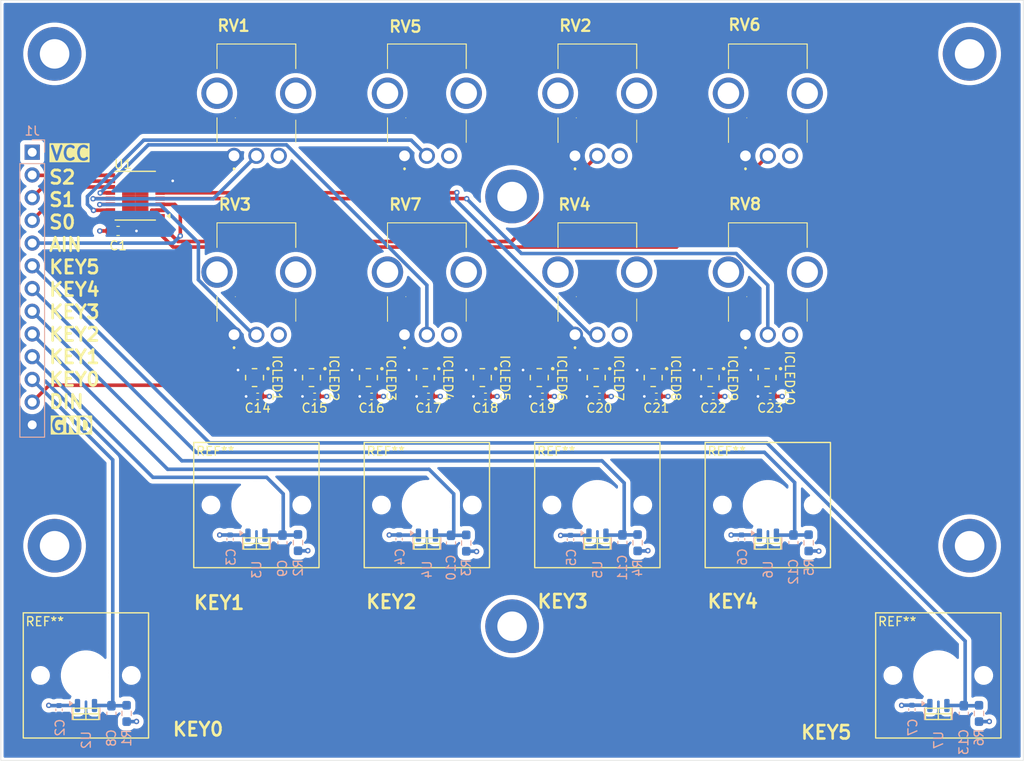
<source format=kicad_pcb>
(kicad_pcb (version 20241229) (generator "pcbnew") (generator_version "9.0")
  (layers (0 "F.Cu" signal) (4 "In1.Cu" signal) (6 "In2.Cu" signal) (2 "B.Cu" signal) (13 "F.Paste" user) (15 "B.Paste" user) (5 "F.SilkS" user "F.Silkscreen") (7 "B.SilkS" user "B.Silkscreen") (1 "F.Mask" user) (3 "B.Mask" user) (25 "Edge.Cuts" user))
  (net 0 "")
  (net 1 "VCC")
  (net 2 "GND")
  (net 3 "/KEY0")
  (net 4 "/KEY1")
  (net 5 "/KEY2")
  (net 6 "/KEY3")
  (net 7 "/KEY4")
  (net 8 "/KEY5")
  (net 9 "/L0")
  (net 10 "/L1")
  (net 11 "/L2")
  (net 12 "/L3")
  (net 13 "/R0")
  (net 14 "/R1")
  (net 15 "/R2")
  (net 16 "/R3")
  (net 17 "/LEDs/DIN")
  (net 18 "Net-(ICLED1-DOUT)")
  (net 19 "Net-(ICLED2-DOUT)")
  (net 20 "Net-(ICLED3-DOUT)")
  (net 21 "Net-(ICLED4-DOUT)")
  (net 22 "Net-(ICLED5-DOUT)")
  (net 23 "Net-(ICLED6-DOUT)")
  (net 24 "Net-(ICLED7-DOUT)")
  (net 25 "Net-(ICLED8-DOUT)")
  (net 26 "Net-(ICLED10-DIN)")
  (net 28 "Net-(J1-Pin_4)")
  (net 29 "Net-(J1-Pin_2)")
  (net 30 "Net-(J1-Pin_3)")
  (net 31 "Net-(J1-Pin_5)")
  (footprint "Capacitor_SMD:C_0402_1005Metric" (layer "F.Cu") (at 146.404545 109.3 180)
    (property "Reference" "C22")
    (property "Value" "100nF" (hide yes))
  )
  (footprint "My_Parts:1312020030000" (layer "F.Cu") (at 107.872727 107.2 180)
    (property "Reference" "ICLED3")
    (property "Value" "~" (hide yes))
  )
  (footprint "My_Parts:1312020030000" (layer "F.Cu") (at 95.145454 107.2 180)
    (property "Reference" "ICLED1")
    (property "Value" "~" (hide yes))
  )
  (footprint "Capacitor_SMD:C_0402_1005Metric" (layer "F.Cu") (at 120.95 109.3 180)
    (property "Reference" "C18")
    (property "Value" "100nF" (hide yes))
  )
  (footprint "My_Parts:GATERON_KS-33C_ONLY" (layer "F.Cu") (at 152.5 121.45)
    (property "Reference" "REF**")
    (property "Value" "GATERON_KS-33C_ONLY" (hide yes))
  )
  (footprint "My_Parts:RK09K1130A5R" (layer "F.Cu") (at 95.35 82.4)
    (property "Reference" "RV1")
    (property "Value" "R_Potentiometer" (hide yes))
  )
  (footprint "My_Parts:RK09K1130A5R" (layer "F.Cu") (at 152.5 102.4)
    (property "Reference" "RV8")
    (property "Value" "R_Potentiometer" (hide yes))
  )
  (footprint "My_Parts:1312020030000" (layer "F.Cu") (at 139.690909 107.2 180)
    (property "Reference" "ICLED8")
    (property "Value" "~" (hide yes))
  )
  (footprint "Package_SO:TSSOP-16-1EP_4.4x5mm_P0.65mm" (layer "F.Cu") (at 81.815 86.8575 180)
    (property "Reference" "U1")
    (property "Value" "74HC4051" (hide yes))
  )
  (footprint "My_Parts:GATERON_KS-33C_ONLY" (layer "F.Cu") (at 76.3 140.5)
    (property "Reference" "REF**")
    (property "Value" "GATERON_KS-33C_ONLY" (hide yes))
  )
  (footprint "Capacitor_SMD:C_0402_1005Metric" (layer "F.Cu") (at 108.222727 109.3 180)
    (property "Reference" "C16")
    (property "Value" "100nF" (hide yes))
  )
  (footprint "My_Parts:GATERON_KS-33C_ONLY" (layer "F.Cu") (at 133.45 121.45)
    (property "Reference" "REF**")
    (property "Value" "GATERON_KS-33C_ONLY" (hide yes))
  )
  (footprint "Capacitor_SMD:C_0603_1608Metric_Pad1.08x0.95mm_HandSolder" (layer "F.Cu") (at 79.9 90.8)
    (property "Reference" "C1")
    (property "Value" "100nF" (hide yes))
  )
  (footprint "Capacitor_SMD:C_0402_1005Metric" (layer "F.Cu") (at 152.768182 109.3 180)
    (property "Reference" "C23")
    (property "Value" "100nF" (hide yes))
  )
  (footprint "Capacitor_SMD:C_0402_1005Metric" (layer "F.Cu") (at 95.495454 109.3 180)
    (property "Reference" "C14")
    (property "Value" "100nF" (hide yes))
  )
  (footprint "My_Parts:RK09K1130A5R" (layer "F.Cu") (at 133.45 102.4)
    (property "Reference" "RV4")
    (property "Value" "R_Potentiometer" (hide yes))
  )
  (footprint "My_Parts:1312020030000" (layer "F.Cu") (at 101.509091 107.2 180)
    (property "Reference" "ICLED2")
    (property "Value" "~" (hide yes))
  )
  (footprint "My_Parts:1312020030000" (layer "F.Cu") (at 114.236363 107.2 180)
    (property "Reference" "ICLED4")
    (property "Value" "~" (hide yes))
  )
  (footprint "My_Parts:RK09K1130A5R" (layer "F.Cu") (at 114.4 82.4)
    (property "Reference" "RV5")
    (property "Value" "R_Potentiometer" (hide yes))
  )
  (footprint "My_Parts:1312020030000" (layer "F.Cu") (at 126.963636 107.2 180)
    (property "Reference" "ICLED6")
    (property "Value" "~" (hide yes))
  )
  (footprint "My_Parts:1312020030000" (layer "F.Cu") (at 146.054545 107.2 180)
    (property "Reference" "ICLED9")
    (property "Value" "~" (hide yes))
  )
  (footprint "Capacitor_SMD:C_0402_1005Metric" (layer "F.Cu") (at 114.586363 109.3 180)
    (property "Reference" "C17")
    (property "Value" "100nF" (hide yes))
  )
  (footprint "My_Parts:GATERON_KS-33C_ONLY" (layer "F.Cu") (at 171.55 140.5)
    (property "Reference" "REF**")
    (property "Value" "GATERON_KS-33C_ONLY" (hide yes))
  )
  (footprint "My_Parts:1312020030000" (layer "F.Cu") (at 152.418182 107.2 180)
    (property "Reference" "ICLED10")
    (property "Value" "~" (hide yes))
  )
  (footprint "Capacitor_SMD:C_0402_1005Metric" (layer "F.Cu") (at 101.859091 109.3 180)
    (property "Reference" "C15")
    (property "Value" "100nF" (hide yes))
  )
  (footprint "My_Parts:RK09K1130A5R" (layer "F.Cu") (at 95.35 102.4)
    (property "Reference" "RV3")
    (property "Value" "R_Potentiometer" (hide yes))
  )
  (footprint "My_Parts:RK09K1130A5R" (layer "F.Cu") (at 152.5 82.4)
    (property "Reference" "RV6")
    (property "Value" "R_Potentiometer" (hide yes))
  )
  (footprint "My_Parts:1312020030000" (layer "F.Cu") (at 120.6 107.2 180)
    (property "Reference" "ICLED5")
    (property "Value" "~" (hide yes))
  )
  (footprint "My_Parts:RK09K1130A5R" (layer "F.Cu") (at 133.45 82.4)
    (property "Reference" "RV2")
    (property "Value" "R_Potentiometer" (hide yes))
  )
  (footprint "My_Parts:1312020030000" (layer "F.Cu") (at 133.327273 107.2 180)
    (property "Reference" "ICLED7")
    (property "Value" "~" (hide yes))
  )
  (footprint "Capacitor_SMD:C_0402_1005Metric" (layer "F.Cu") (at 133.677273 109.3 180)
    (property "Reference" "C20")
    (property "Value" "100nF" (hide yes))
  )
  (footprint "Capacitor_SMD:C_0402_1005Metric" (layer "F.Cu") (at 127.313636 109.3 180)
    (property "Reference" "C19")
    (property "Value" "100nF" (hide yes))
  )
  (footprint "My_Parts:RK09K1130A5R" (layer "F.Cu") (at 114.4 102.4)
    (property "Reference" "RV7")
    (property "Value" "R_Potentiometer" (hide yes))
  )
  (footprint "Capacitor_SMD:C_0402_1005Metric" (layer "F.Cu") (at 140.040909 109.3 180)
    (property "Reference" "C21")
    (property "Value" "100nF" (hide yes))
  )
  (footprint "My_Parts:GATERON_KS-33C_ONLY" (layer "F.Cu") (at 114.4 121.45)
    (property "Reference" "REF**")
    (property "Value" "GATERON_KS-33C_ONLY" (hide yes))
  )
  (footprint "My_Parts:GATERON_KS-33C_ONLY" (layer "F.Cu") (at 95.35 121.45)
    (property "Reference" "REF**")
    (property "Value" "GATERON_KS-33C_ONLY" (hide yes))
  )
  (footprint "Resistor_SMD:R_0603_1608Metric_Pad0.98x0.95mm_HandSolder" (layer "B.Cu") (at 137.95 125.6625 90)
    (property "Reference" "R4")
    (property "Value" "~" (hide yes))
  )
  (footprint "Capacitor_SMD:C_0603_1608Metric_Pad1.08x0.95mm_HandSolder" (layer "B.Cu") (at 174.4 144.75 -90)
    (property "Reference" "C13")
    (property "Value" "~" (hide yes))
  )
  (footprint "Package_TO_SOT_SMD:SOT-23" (layer "B.Cu") (at 95.36 125.75 -90)
    (property "Reference" "U3")
    (property "Value" "DRV5055A3xDBZxQ1" (hide yes))
  )
  (footprint "Capacitor_SMD:C_0402_1005Metric" (layer "B.Cu") (at 149.5625 125.27325 -90)
    (property "Reference" "C6")
    (property "Value" "10nF")
  )
  (footprint "Capacitor_SMD:C_0402_1005Metric" (layer "B.Cu") (at 92.4125 125.27325 -90)
    (property "Reference" "C3")
    (property "Value" "10nF")
  )
  (footprint "Resistor_SMD:R_0603_1608Metric_Pad0.98x0.95mm_HandSolder" (layer "B.Cu") (at 176.1 144.75 90)
    (property "Reference" "R6")
    (property "Value" "~" (hide yes))
  )
  (footprint "Resistor_SMD:R_0603_1608Metric_Pad0.98x0.95mm_HandSolder" (layer "B.Cu") (at 157.0625 125.67325 90)
    (property "Reference" "R5")
    (property "Value" "~" (hide yes))
  )
  (footprint "Capacitor_SMD:C_0402_1005Metric" (layer "B.Cu") (at 130.45 125.3125 -90)
    (property "Reference" "C5")
    (property "Value" "10nF")
  )
  (footprint "Package_TO_SOT_SMD:SOT-23" (layer "B.Cu") (at 171.56 144.8 -90)
    (property "Reference" "U7")
    (property "Value" "DRV5055A3xDBZxQ1" (hide yes))
  )
  (footprint "Package_TO_SOT_SMD:SOT-23" (layer "B.Cu") (at 76.31 144.8 -90)
    (property "Reference" "U2")
    (property "Value" "DRV5055A3xDBZxQ1" (hide yes))
  )
  (footprint "Package_TO_SOT_SMD:SOT-23" (layer "B.Cu") (at 152.51 125.75 -90)
    (property "Reference" "U6")
    (property "Value" "DRV5055A3xDBZxQ1" (hide yes))
  )
  (footprint "Package_TO_SOT_SMD:SOT-23" (layer "B.Cu") (at 114.41 125.75 -90)
    (property "Reference" "U4")
    (property "Value" "DRV5055A3xDBZxQ1" (hide yes))
  )
  (footprint "Capacitor_SMD:C_0402_1005Metric" (layer "B.Cu") (at 111.3 125.2625 -90)
    (property "Reference" "C4")
    (property "Value" "10nF")
  )
  (footprint "Resistor_SMD:R_0603_1608Metric_Pad0.98x0.95mm_HandSolder" (layer "B.Cu") (at 80.85 144.75 90)
    (property "Reference" "R1")
    (property "Value" "~" (hide yes))
  )
  (footprint "Capacitor_SMD:C_0603_1608Metric_Pad1.08x0.95mm_HandSolder" (layer "B.Cu") (at 98.2625 125.67325 -90)
    (property "Reference" "C9")
    (property "Value" "~" (hide yes))
  )
  (footprint "Capacitor_SMD:C_0603_1608Metric_Pad1.08x0.95mm_HandSolder" (layer "B.Cu") (at 117.1 125.7 -90)
    (property "Reference" "C10")
    (property "Value" "~" (hide yes))
  )
  (footprint "Capacitor_SMD:C_0402_1005Metric" (layer "B.Cu") (at 73.3 144.35 -90)
    (property "Reference" "C2")
    (property "Value" "10nF")
  )
  (footprint "Capacitor_SMD:C_0603_1608Metric_Pad1.08x0.95mm_HandSolder" (layer "B.Cu") (at 136.25 125.65 -90)
    (property "Reference" "C11")
    (property "Value" "~" (hide yes))
  )
  (footprint "Package_TO_SOT_SMD:SOT-23" (layer "B.Cu") (at 133.46 125.75 -90)
    (property "Reference" "U5")
    (property "Value" "DRV5055A3xDBZxQ1" (hide yes))
  )
  (footprint "Resistor_SMD:R_0603_1608Metric_Pad0.98x0.95mm_HandSolder" (layer "B.Cu") (at 118.8 125.7 90)
    (property "Reference" "R3")
    (property "Value" "~" (hide yes))
  )
  (footprint "Capacitor_SMD:C_0603_1608Metric_Pad1.08x0.95mm_HandSolder" (layer "B.Cu") (at 155.3625 125.66075 -90)
    (property "Reference" "C12")
    (property "Value" "~" (hide yes))
  )
  (footprint "Resistor_SMD:R_0603_1608Metric_Pad0.98x0.95mm_HandSolder" (layer "B.Cu") (at 100 125.65 90)
    (property "Reference" "R2")
    (property "Value" "~" (hide yes))
  )
  (footprint "Connector_PinHeader_2.54mm:PinHeader_1x13_P2.54mm_Vertical" (layer "B.Cu") (at 70.3 82 180)
    (property "Reference" "J1")
    (property "Value" "Conn_01x13" (hide yes))
  )
  (footprint "Capacitor_SMD:C_0402_1005Metric" (layer "B.Cu") (at 168.6 144.3125 -90)
    (property "Reference" "C7")
    (property "Value" "10nF")
  )
  (footprint "Capacitor_SMD:C_0603_1608Metric_Pad1.08x0.95mm_HandSolder" (layer "B.Cu") (at 79.15 144.75 -90)
    (property "Reference" "C8")
    (property "Value" "~" (hide yes))
  )
  (gr_rect (start 66.8 65) (end 181.05 150) (stroke (width 0.05)) (fill no) (layer "Edge.Cuts"))
  (gr_text "AIN" (at 72.033333 93.205556 0) (layer "F.SilkS") (effects (font (size 1.5 1.5) (thickness 0.3) (bold yes)) (justify left bottom)))
  (gr_text "S1" (at 72.033333 88.186111 0) (layer "F.SilkS") (effects (font (size 1.5 1.5) (thickness 0.3) (bold yes)) (justify left bottom)))
  (gr_text "S2" (at 72.033333 85.676389 0) (layer "F.SilkS") (effects (font (size 1.5 1.5) (thickness 0.3) (bold yes)) (justify left bottom)))
  (gr_text "VCC" (at 72.2 83 0) (layer "F.SilkS" knockout) (effects (font (size 1.5 1.5) (thickness 0.3) (bold yes)) (justify left bottom)))
  (gr_text "KEY1" (at 88.2 133.25 0) (layer "F.SilkS") (effects (font (size 1.5 1.5) (thickness 0.3) (bold yes)) (justify left bottom)))
  (gr_text "KEY2" (at 72.033333 103.244444 0) (layer "F.SilkS") (effects (font (size 1.5 1.5) (thickness 0.3) (bold yes)) (justify left bottom)))
  (gr_text "KEY3" (at 126.6 133.1 0) (layer "F.SilkS") (effects (font (size 1.5 1.5) (thickness 0.3) (bold yes)) (justify left bottom)))
  (gr_text "GND" (at 72.2 113.45 0) (layer "F.SilkS" knockout) (effects (font (size 1.5 1.5) (thickness 0.3) (bold yes)) (justify left bottom)))
  (gr_text "KEY5" (at 156.05 147.75 0) (layer "F.SilkS") (effects (font (size 1.5 1.5) (thickness 0.3) (bold yes)) (justify left bottom)))
  (gr_text "DIN" (at 72.033333 110.773611 0) (layer "F.SilkS") (effects (font (size 1.5 1.5) (thickness 0.3) (bold yes)) (justify left bottom)))
  (gr_text "KEY4" (at 72.033333 98.225 0) (layer "F.SilkS") (effects (font (size 1.5 1.5) (thickness 0.3) (bold yes)) (justify left bottom)))
  (gr_text "S0" (at 72.033333 90.695833 0) (layer "F.SilkS") (effects (font (size 1.5 1.5) (thickness 0.3) (bold yes)) (justify left bottom)))
  (gr_text "KEY0" (at 72.033333 108.263889 0) (layer "F.SilkS") (effects (font (size 1.5 1.5) (thickness 0.3) (bold yes)) (justify left bottom)))
  (gr_text "KEY5" (at 72.033333 95.715278 0) (layer "F.SilkS") (effects (font (size 1.5 1.5) (thickness 0.3) (bold yes)) (justify left bottom)))
  (gr_text "KEY1" (at 72.033333 105.754166 0) (layer "F.SilkS") (effects (font (size 1.5 1.5) (thickness 0.3) (bold yes)) (justify left bottom)))
  (gr_text "KEY0" (at 85.85 147.4 0) (layer "F.SilkS") (effects (font (size 1.5 1.5) (thickness 0.3) (bold yes)) (justify left bottom)))
  (gr_text "KEY4" (at 145.6 133.1 0) (layer "F.SilkS") (effects (font (size 1.5 1.5) (thickness 0.3) (bold yes)) (justify left bottom)))
  (gr_text "KEY2" (at 107.45 133.15 0) (layer "F.SilkS") (effects (font (size 1.5 1.5) (thickness 0.3) (bold yes)) (justify left bottom)))
  (gr_text "KEY3" (at 72.033333 100.734722 0) (layer "F.SilkS") (effects (font (size 1.5 1.5) (thickness 0.3) (bold yes)) (justify left bottom)))
  (via (at 72.8 126) (size 6) (drill 3.3) (layers "F.Cu" "B.Cu") (net 0))
  (via (at 123.925 135) (size 6) (drill 3.3) (layers "F.Cu" "B.Cu") (net 0))
  (via (at 72.8 71) (size 6) (drill 3.3) (layers "F.Cu" "B.Cu") (net 0))
  (via (at 175.05 126) (size 6) (drill 3.3) (layers "F.Cu" "B.Cu") (net 0))
  (via (at 175.05 71) (size 6) (drill 3.3) (layers "F.Cu" "B.Cu") (net 0))
  (via (at 123.925 86.95) (size 6) (drill 3.3) (layers "F.Cu" "B.Cu") (net 0))
  (segment (start 108.702727 108.07) (end 108.722727 108.05) (width 0.4) (layer "F.Cu") (net 1))
  (segment (start 115.066363 108.07) (end 115.086363 108.05) (width 0.4) (layer "F.Cu") (net 1))
  (segment (start 79.04 90.7975) (end 79.0375 90.8) (width 0.4) (layer "F.Cu") (net 1))
  (segment (start 153.248182 109.3) (end 153.248182 108.07) (width 0.4) (layer "F.Cu") (net 1))
  (segment (start 121.43 109.3) (end 121.43 108.07) (width 0.4) (layer "F.Cu") (net 1))
  (segment (start 140.520909 108.07) (end 140.540909 108.05) (width 0.4) (layer "F.Cu") (net 1))
  (segment (start 115.066363 109.3) (end 115.066363 108.07) (width 0.4) (layer "F.Cu") (net 1))
  (segment (start 146.884545 109.3) (end 147.7 109.3) (width 0.4) (layer "F.Cu") (net 1))
  (segment (start 134.157273 109.3) (end 134.157273 108.07) (width 0.4) (layer "F.Cu") (net 1))
  (segment (start 140.520909 109.3) (end 141.35 109.3) (width 0.4) (layer "F.Cu") (net 1))
  (segment (start 95.975454 109.3) (end 95.975454 108.07) (width 0.4) (layer "F.Cu") (net 1))
  (segment (start 102.339091 108.07) (end 102.359091 108.05) (width 0.4) (layer "F.Cu") (net 1))
  (segment (start 146.884545 109.3) (end 146.884545 108.07) (width 0.4) (layer "F.Cu") (net 1))
  (segment (start 140.520909 109.3) (end 140.520909 108.07) (width 0.4) (layer "F.Cu") (net 1))
  (segment (start 95.975454 109.3) (end 96.8 109.3) (width 0.4) (layer "F.Cu") (net 1))
  (segment (start 121.43 108.07) (end 121.45 108.05) (width 0.4) (layer "F.Cu") (net 1))
  (segment (start 153.248182 109.3) (end 154.1 109.3) (width 0.4) (layer "F.Cu") (net 1))
  (segment (start 79.0375 90.8) (end 77.85 90.8) (width 0.4) (layer "F.Cu") (net 1))
  (segment (start 102.339091 109.3) (end 102.339091 108.07) (width 0.4) (layer "F.Cu") (net 1))
  (segment (start 115.066363 109.3) (end 115.9 109.3) (width 0.4) (layer "F.Cu") (net 1))
  (segment (start 146.884545 108.07) (end 146.904545 108.05) (width 0.4) (layer "F.Cu") (net 1))
  (segment (start 108.702727 109.3) (end 108.702727 108.07) (width 0.4) (layer "F.Cu") (net 1))
  (segment (start 121.43 109.3) (end 122.25 109.3) (width 0.4) (layer "F.Cu") (net 1))
  (segment (start 95.975454 108.07) (end 95.995454 108.05) (width 0.4) (layer "F.Cu") (net 1))
  (segment (start 108.702727 109.3) (end 109.55 109.3) (width 0.4) (layer "F.Cu") (net 1))
  (segment (start 127.793636 109.3) (end 127.793636 108.07) (width 0.4) (layer "F.Cu") (net 1))
  (segment (start 134.157273 108.07) (end 134.177273 108.05) (width 0.4) (layer "F.Cu") (net 1))
  (segment (start 153.248182 108.07) (end 153.268182 108.05) (width 0.4) (layer "F.Cu") (net 1))
  (segment (start 79.04 89.1325) (end 79.04 90.7975) (width 0.4) (layer "F.Cu") (net 1))
  (segment (start 134.157273 109.3) (end 135 109.3) (width 0.4) (layer "F.Cu") (net 1))
  (segment (start 127.793636 108.07) (end 127.813636 108.05) (width 0.4) (layer "F.Cu") (net 1))
  (segment (start 127.793636 109.3) (end 128.65 109.3) (width 0.4) (layer "F.Cu") (net 1))
  (segment (start 102.339091 109.3) (end 103.2 109.3) (width 0.4) (layer "F.Cu") (net 1))
  (via (at 141.35 109.3) (size 0.6) (drill 0.3) (layers "F.Cu" "B.Cu") (net 1))
  (via (at 110.2 124.8) (size 0.6) (drill 0.3) (layers "F.Cu" "B.Cu") (net 1))
  (via (at 158.2 126.6) (size 0.6) (drill 0.3) (layers "F.Cu" "B.Cu") (net 1))
  (via (at 139.1 126.55) (size 0.6) (drill 0.3) (layers "F.Cu" "B.Cu") (net 1))
  (via (at 135 109.3) (size 0.6) (drill 0.3) (layers "F.Cu" "B.Cu") (net 1))
  (via (at 96.8 109.3) (size 0.6) (drill 0.3) (layers "F.Cu" "B.Cu") (net 1))
  (via (at 103.2 109.3) (size 0.6) (drill 0.3) (layers "F.Cu" "B.Cu") (net 1))
  (via (at 72.15 143.85) (size 0.6) (drill 0.3) (layers "F.Cu" "B.Cu") (net 1))
  (via (at 129.35 124.85) (size 0.6) (drill 0.3) (layers "F.Cu" "B.Cu") (net 1))
  (via (at 154.1 109.3) (size 0.6) (drill 0.3) (layers "F.Cu" "B.Cu") (net 1))
  (via (at 119.95 126.65) (size 0.6) (drill 0.3) (layers "F.Cu" "B.Cu") (net 1))
  (via (at 91.25 124.8) (size 0.6) (drill 0.3) (layers "F.Cu" "B.Cu") (net 1))
  (via (at 115.9 109.3) (size 0.6) (drill 0.3) (layers "F.Cu" "B.Cu") (net 1))
  (via (at 148.4 124.8) (size 0.6) (drill 0.3) (layers "F.Cu" "B.Cu") (net 1))
  (via (at 77.85 90.8) (size 0.6) (drill 0.3) (layers "F.Cu" "B.Cu") (net 1))
  (via (at 147.7 109.3) (size 0.6) (drill 0.3) (layers "F.Cu" "B.Cu") (net 1))
  (via (at 177.25 145.65) (size 0.6) (drill 0.3) (layers "F.Cu" "B.Cu") (net 1))
  (via (at 109.55 109.3) (size 0.6) (drill 0.3) (layers "F.Cu" "B.Cu") (net 1))
  (via (at 101.1 126.55) (size 0.6) (drill 0.3) (layers "F.Cu" "B.Cu") (net 1))
  (via (at 122.25 109.3) (size 0.6) (drill 0.3) (layers "F.Cu" "B.Cu") (net 1))
  (via (at 167.45 143.85) (size 0.6) (drill 0.3) (layers "F.Cu" "B.Cu") (net 1))
  (via (at 128.65 109.3) (size 0.6) (drill 0.3) (layers "F.Cu" "B.Cu") (net 1))
  (via (at 81.95 145.65) (size 0.6) (drill 0.3) (layers "F.Cu" "B.Cu") (net 1))
  (segment (start 75.35 143.8625) (end 73.3125 143.8625) (width 0.4) (layer "B.Cu") (net 1))
  (segment (start 148.40675 124.79325) (end 148.4 124.8) (width 0.4) (layer "B.Cu") (net 1))
  (segment (start 111.33 124.8125) (end 111.3 124.7825) (width 0.4) (layer "B.Cu") (net 1))
  (segment (start 72.175 143.875) (end 72.15 143.85) (width 0.4) (layer "B.Cu") (net 1))
  (segment (start 73.3125 143.8625) (end 73.3 143.875) (width 0.4) (layer "B.Cu") (net 1))
  (segment (start 167.4675 143.8325) (end 167.45 143.85) (width 0.4) (layer "B.Cu") (net 1))
  (segment (start 176.1 145.6625) (end 177.2375 145.6625) (width 0.4) (layer "B.Cu") (net 1))
  (segment (start 177.2375 145.6625) (end 177.25 145.65) (width 0.4) (layer "B.Cu") (net 1))
  (segment (start 92.43175 124.8125) (end 92.4125 124.79325) (width 0.4) (layer "B.Cu") (net 1))
  (segment (start 168.6 143.8325) (end 170.57 143.8325) (width 0.4) (layer "B.Cu") (net 1))
  (segment (start 132.48 124.8325) (end 132.5 124.8125) (width 0.4) (layer "B.Cu") (net 1))
  (segment (start 130.45 124.8325) (end 132.48 124.8325) (width 0.4) (layer "B.Cu") (net 1))
  (segment (start 92.40575 124.8) (end 92.4125 124.79325) (width 0.4) (layer "B.Cu") (net 1))
  (segment (start 151.53075 124.79325) (end 151.55 124.8125) (width 0.4) (layer "B.Cu") (net 1))
  (segment (start 149.5625 124.79325) (end 148.40675 124.79325) (width 0.4) (layer "B.Cu") (net 1))
  (segment (start 94.4 124.8125) (end 92.43175 124.8125) (width 0.4) (layer "B.Cu") (net 1))
  (segment (start 111.2825 124.8) (end 111.3 124.7825) (width 0.4) (layer "B.Cu") (net 1))
  (segment (start 149.5625 124.79325) (end 151.53075 124.79325) (width 0.4) (layer "B.Cu") (net 1))
  (segment (start 100 126.5625) (end 101.0875 126.5625) (width 0.4) (layer "B.Cu") (net 1))
  (segment (start 130.45 124.8325) (end 129.3675 124.8325) (width 0.4) (layer "B.Cu") (net 1))
  (segment (start 113.45 124.8125) (end 111.33 124.8125) (width 0.4) (layer "B.Cu") (net 1))
  (segment (start 137.95 126.575) (end 139.075 126.575) (width 0.4) (layer "B.Cu") (net 1))
  (segment (start 80.85 145.6625) (end 81.9375 145.6625) (width 0.4) (layer "B.Cu") (net 1))
  (segment (start 110.2125 124.7875) (end 110.2 124.8) (width 0.4) (layer "B.Cu") (net 1))
  (segment (start 168.6 143.8325) (end 167.4675 143.8325) (width 0.4) (layer "B.Cu") (net 1))
  (segment (start 170.57 143.8325) (end 170.6 143.8625) (width 0.4) (layer "B.Cu") (net 1))
  (segment (start 157.0625 126.58575) (end 158.18575 126.58575) (width 0.4) (layer "B.Cu") (net 1))
  (segment (start 91.25175 124.79825) (end 91.25 124.8) (width 0.4) (layer "B.Cu") (net 1))
  (segment (start 118.8 126.6125) (end 119.9125 126.6125) (width 0.4) (layer "B.Cu") (net 1))
  (segment (start 73.3 143.875) (end 72.175 143.875) (width 0.4) (layer "B.Cu") (net 1))
  (segment (start 158.18575 126.58575) (end 158.2 126.6) (width 0.4) (layer "B.Cu") (net 1))
  (segment (start 81.9375 145.6625) (end 81.95 145.65) (width 0.4) (layer "B.Cu") (net 1))
  (segment (start 110.2 124.8) (end 111.2825 124.8) (width 0.4) (layer "B.Cu") (net 1))
  (segment (start 129.3675 124.8325) (end 129.35 124.85) (width 0.4) (layer "B.Cu") (net 1))
  (segment (start 139.075 126.575) (end 139.1 126.55) (width 0.4) (layer "B.Cu") (net 1))
  (segment (start 91.25 124.8) (end 92.40575 124.8) (width 0.4) (layer "B.Cu") (net 1))
  (segment (start 101.0875 126.5625) (end 101.1 126.55) (width 0.4) (layer "B.Cu") (net 1))
  (segment (start 119.9125 126.6125) (end 119.95 126.65) (width 0.4) (layer "B.Cu") (net 1))
  (segment (start 86 85.6) (end 86 85.2) (width 0.4) (layer "F.Cu") (net 2))
  (segment (start 100.659091 106.35) (end 99.7 106.35) (width 0.4) (layer "F.Cu") (net 2))
  (segment (start 126.113636 106.35) (end 125.15 106.35) (width 0.4) (layer "F.Cu") (net 2))
  (segment (start 84.59 85.8825) (end 85.7175 85.8825) (width 0.4) (layer "F.Cu") (net 2))
  (segment (start 84.59 85.2325) (end 85.9675 85.2325) (width 0.4) (layer "F.Cu") (net 2))
  (segment (start 95.015454 109.3) (end 94.2 109.3) (width 0.4) (layer "F.Cu") (net 2))
  (segment (start 86 84.8) (end 86 85.2) (width 0.4) (layer "F.Cu") (net 2))
  (segment (start 114.106363 109.3) (end 113.25 109.3) (width 0.4) (layer "F.Cu") (net 2))
  (segment (start 145.924545 109.3) (end 145.05 109.3) (width 0.4) (layer "F.Cu") (net 2))
  (segment (start 85.7825 84.5825) (end 86 84.8) (width 0.4) (layer "F.Cu") (net 2))
  (segment (start 132.477273 106.35) (end 131.5 106.35) (width 0.4) (layer "F.Cu") (net 2))
  (segment (start 152.288182 109.3) (end 151.4 109.3) (width 0.4) (layer "F.Cu") (net 2))
  (segment (start 80.7625 90.8) (end 81.95 90.8) (width 0.4) (layer "F.Cu") (net 2))
  (segment (start 84.59 84.5825) (end 85.7825 84.5825) (width 0.4) (layer "F.Cu") (net 2))
  (segment (start 94.295454 106.35) (end 93.3 106.35) (width 0.4) (layer "F.Cu") (net 2))
  (segment (start 107.742727 109.3) (end 106.9 109.3) (width 0.4) (layer "F.Cu") (net 2))
  (segment (start 120.47 109.3) (end 119.6 109.3) (width 0.4) (layer "F.Cu") (net 2))
  (segment (start 133.197273 109.3) (end 132.3 109.3) (width 0.4) (layer "F.Cu") (net 2))
  (segment (start 145.204545 106.35) (end 144.25 106.35) (width 0.4) (layer "F.Cu") (net 2))
  (segment (start 85.7175 85.8825) (end 86 85.6) (width 0.4) (layer "F.Cu") (net 2))
  (segment (start 119.75 106.35) (end 118.8 106.35) (width 0.4) (layer "F.Cu") (net 2))
  (segment (start 151.568182 106.35) (end 150.6 106.35) (width 0.4) (layer "F.Cu") (net 2))
  (segment (start 126.833636 109.3) (end 125.95 109.3) (width 0.4) (layer "F.Cu") (net 2))
  (segment (start 85.9675 85.2325) (end 86 85.2) (width 0.4) (layer "F.Cu") (net 2))
  (segment (start 101.379091 109.3) (end 100.5 109.3) (width 0.4) (layer "F.Cu") (net 2))
  (segment (start 107.022727 106.35) (end 106.05 106.35) (width 0.4) (layer "F.Cu") (net 2))
  (segment (start 113.386363 106.35) (end 112.4 106.35) (width 0.4) (layer "F.Cu") (net 2))
  (segment (start 139.560909 109.3) (end 138.7 109.3) (width 0.4) (layer "F.Cu") (net 2))
  (segment (start 138.840909 106.35) (end 137.9 106.35) (width 0.4) (layer "F.Cu") (net 2))
  (via (at 112.4 106.35) (size 0.6) (drill 0.3) (layers "F.Cu" "B.Cu") (net 2))
  (via (at 145.05 109.3) (size 0.6) (drill 0.3) (layers "F.Cu" "B.Cu") (net 2))
  (via (at 138.7 109.3) (size 0.6) (drill 0.3) (layers "F.Cu" "B.Cu") (net 2))
  (via (at 94.2 109.3) (size 0.6) (drill 0.3) (layers "F.Cu" "B.Cu") (net 2))
  (via (at 151.4 109.3) (size 0.6) (drill 0.3) (layers "F.Cu" "B.Cu") (net 2))
  (via (at 86 85.2) (size 0.6) (drill 0.3) (layers "F.Cu" "B.Cu") (net 2))
  (via (at 119.6 109.3) (size 0.6) (drill 0.3) (layers "F.Cu" "B.Cu") (net 2))
  (via (at 81.95 90.8) (size 0.6) (drill 0.3) (layers "F.Cu" "B.Cu") (net 2))
  (via (at 100.5 109.3) (size 0.6) (drill 0.3) (layers "F.Cu" "B.Cu") (net 2))
  (via (at 132.3 109.3) (size 0.6) (drill 0.3) (layers "F.Cu" "B.Cu") (net 2))
  (via (at 106.05 106.35) (size 0.6) (drill 0.3) (layers "F.Cu" "B.Cu") (net 2))
  (via (at 125.15 106.35) (size 0.6) (drill 0.3) (layers "F.Cu" "B.Cu") (net 2))
  (via (at 137.9 106.35) (size 0.6) (drill 0.3) (layers "F.Cu" "B.Cu") (net 2))
  (via (at 99.7 106.35) (size 0.6) (drill 0.3) (layers "F.Cu" "B.Cu") (net 2))
  (via (at 106.9 109.3) (size 0.6) (drill 0.3) (layers "F.Cu" "B.Cu") (net 2))
  (via (at 113.25 109.3) (size 0.6) (drill 0.3) (layers "F.Cu" "B.Cu") (net 2))
  (via (at 93.3 106.35) (size 0.6) (drill 0.3) (layers "F.Cu" "B.Cu") (net 2))
  (via (at 144.25 106.35) (size 0.6) (drill 0.3) (layers "F.Cu" "B.Cu") (net 2))
  (via (at 125.95 109.3) (size 0.6) (drill 0.3) (layers "F.Cu" "B.Cu") (net 2))
  (via (at 150.6 106.35) (size 0.6) (drill 0.3) (layers "F.Cu" "B.Cu") (net 2))
  (via (at 131.5 106.35) (size 0.6) (drill 0.3) (layers "F.Cu" "B.Cu") (net 2))
  (via (at 118.8 106.35) (size 0.6) (drill 0.3) (layers "F.Cu" "B.Cu") (net 2))
  (segment (start 76.3 145.7375) (end 74.2075 145.7375) (width 0.4) (layer "B.Cu") (net 2))
  (segment (start 93.34675 126.6875) (end 92.4125 125.75325) (width 0.4) (layer "B.Cu") (net 2))
  (segment (start 79.025 145.7375) (end 79.15 145.6125) (width 0.4) (layer "B.Cu") (net 2))
  (segment (start 133.45 126.6875) (end 131.345 126.6875) (width 0.4) (layer "B.Cu") (net 2))
  (segment (start 76.3 145.7375) (end 79.025 145.7375) (width 0.4) (layer "B.Cu") (net 2))
  (segment (start 136.075 126.6875) (end 136.25 126.5125) (width 0.4) (layer "B.Cu") (net 2))
  (segment (start 112.245 126.6875) (end 111.3 125.7425) (width 0.4) (layer "B.Cu") (net 2))
  (segment (start 114.4 126.6875) (end 112.245 126.6875) (width 0.4) (layer "B.Cu") (net 2))
  (segment (start 171.55 145.7375) (end 169.545 145.7375) (width 0.4) (layer "B.Cu") (net 2))
  (segment (start 116.975 126.6875) (end 117.1 126.5625) (width 0.4) (layer "B.Cu") (net 2))
  (segment (start 74.2075 145.7375) (end 73.3 144.83) (width 0.4) (layer "B.Cu") (net 2))
  (segment (start 171.55 145.7375) (end 174.275 145.7375) (width 0.4) (layer "B.Cu") (net 2))
  (segment (start 95.35 126.6875) (end 93.34675 126.6875) (width 0.4) (layer "B.Cu") (net 2))
  (segment (start 114.4 126.6875) (end 116.975 126.6875) (width 0.4) (layer "B.Cu") (net 2))
  (segment (start 155.19825 126.6875) (end 155.3625 126.52325) (width 0.4) (layer "B.Cu") (net 2))
  (segment (start 133.45 126.6875) (end 136.075 126.6875) (width 0.4) (layer "B.Cu") (net 2))
  (segment (start 95.35 126.6875) (end 98.11075 126.6875) (width 0.4) (layer "B.Cu") (net 2))
  (segment (start 174.275 145.7375) (end 174.4 145.6125) (width 0.4) (layer "B.Cu") (net 2))
  (segment (start 152.5 126.6875) (end 155.19825 126.6875) (width 0.4) (layer "B.Cu") (net 2))
  (segment (start 169.545 145.7375) (end 168.6 144.7925) (width 0.4) (layer "B.Cu") (net 2))
  (segment (start 152.5 126.6875) (end 150.49675 126.6875) (width 0.4) (layer "B.Cu") (net 2))
  (segment (start 98.11075 126.6875) (end 98.2625 126.53575) (width 0.4) (layer "B.Cu") (net 2))
  (segment (start 131.345 126.6875) (end 130.45 125.7925) (width 0.4) (layer "B.Cu") (net 2))
  (segment (start 150.49675 126.6875) (end 149.5625 125.75325) (width 0.4) (layer "B.Cu") (net 2))
  (segment (start 79.15 143.8875) (end 80.8 143.8875) (width 0.4) (layer "B.Cu") (net 3))
  (segment (start 79.301 116.401) (end 70.3 107.4) (width 0.4) (layer "B.Cu") (net 3))
  (segment (start 77.25 143.8625) (end 79.125 143.8625) (width 0.4) (layer "B.Cu") (net 3))
  (segment (start 79.15 143.8875) (end 79.301 143.7365) (width 0.4) (layer "B.Cu") (net 3))
  (segment (start 79.301 143.7365) (end 79.301 116.401) (width 0.4) (layer "B.Cu") (net 3))
  (segment (start 79.125 143.8625) (end 79.15 143.8875) (width 0.4) (layer "B.Cu") (net 3))
  (segment (start 80.8 143.8875) (end 80.85 143.8375) (width 0.4) (layer "B.Cu") (net 3))
  (segment (start 96.3 124.8125) (end 98.26075 124.8125) (width 0.4) (layer "B.Cu") (net 4))
  (segment (start 96.494055 118.35) (end 83.79 118.35) (width 0.4) (layer "B.Cu") (net 4))
  (segment (start 98.2625 124.81075) (end 99.92675 124.81075) (width 0.4) (layer "B.Cu") (net 4))
  (segment (start 99.92675 124.81075) (end 100 124.7375) (width 0.4) (layer "B.Cu") (net 4))
  (segment (start 83.79 118.35) (end 70.3 104.86) (width 0.4) (layer "B.Cu") (net 4))
  (segment (start 98.351 124.72225) (end 98.351 120.206945) (width 0.4) (layer "B.Cu") (net 4))
  (segment (start 98.26075 124.8125) (end 98.2625 124.81075) (width 0.4) (layer "B.Cu") (net 4))
  (segment (start 98.351 120.206945) (end 96.494055 118.35) (width 0.4) (layer "B.Cu") (net 4))
  (segment (start 98.2625 124.81075) (end 98.351 124.72225) (width 0.4) (layer "B.Cu") (net 4))
  (segment (start 114.644055 117.45) (end 85.43 117.45) (width 0.4) (layer "B.Cu") (net 5))
  (segment (start 117.401 120.206945) (end 114.644055 117.45) (width 0.4) (layer "B.Cu") (net 5))
  (segment (start 117.401 124.5365) (end 117.401 120.206945) (width 0.4) (layer "B.Cu") (net 5))
  (segment (start 117.1 124.8375) (end 118.75 124.8375) (width 0.4) (layer "B.Cu") (net 5))
  (segment (start 85.43 117.45) (end 70.3 102.32) (width 0.4) (layer "B.Cu") (net 5))
  (segment (start 117.1 124.8375) (end 117.401 124.5365) (width 0.4) (layer "B.Cu") (net 5))
  (segment (start 118.75 124.8375) (end 118.8 124.7875) (width 0.4) (layer "B.Cu") (net 5))
  (segment (start 117.075 124.8125) (end 117.1 124.8375) (width 0.4) (layer "B.Cu") (net 5))
  (segment (start 115.35 124.8125) (end 117.075 124.8125) (width 0.4) (layer "B.Cu") (net 5))
  (segment (start 137.9125 124.7875) (end 137.95 124.75) (width 0.4) (layer "B.Cu") (net 6))
  (segment (start 136.225 124.8125) (end 136.25 124.7875) (width 0.4) (layer "B.Cu") (net 6))
  (segment (start 133.967416 116.5) (end 87.02 116.5) (width 0.4) (layer "B.Cu") (net 6))
  (segment (start 87.02 116.5) (end 70.3 99.78) (width 0.4) (layer "B.Cu") (net 6))
  (segment (start 136.451 118.983584) (end 133.967416 116.5) (width 0.4) (layer "B.Cu") (net 6))
  (segment (start 136.25 124.7875) (end 136.451 124.5865) (width 0.4) (layer "B.Cu") (net 6))
  (segment (start 136.451 124.5865) (end 136.451 118.983584) (width 0.4) (layer "B.Cu") (net 6))
  (segment (start 134.4 124.8125) (end 136.225 124.8125) (width 0.4) (layer "B.Cu") (net 6))
  (segment (start 136.25 124.7875) (end 137.9125 124.7875) (width 0.4) (layer "B.Cu") (net 6))
  (segment (start 157.025 124.79825) (end 157.0625 124.76075) (width 0.4) (layer "B.Cu") (net 7))
  (segment (start 155.34825 124.8125) (end 155.3625 124.79825) (width 0.4) (layer "B.Cu") (net 7))
  (segment (start 155.3625 124.79825) (end 155.501 124.65975) (width 0.4) (layer "B.Cu") (net 7))
  (segment (start 153.45 124.8125) (end 155.34825 124.8125) (width 0.4) (layer "B.Cu") (net 7))
  (segment (start 152.117416 115.55) (end 88.61 115.55) (width 0.4) (layer "B.Cu") (net 7))
  (segment (start 88.61 115.55) (end 70.3 97.24) (width 0.4) (layer "B.Cu") (net 7))
  (segment (start 155.3625 124.79825) (end 157.025 124.79825) (width 0.4) (layer "B.Cu") (net 7))
  (segment (start 155.501 124.65975) (end 155.501 118.933584) (width 0.4) (layer "B.Cu") (net 7))
  (segment (start 155.501 118.933584) (end 152.117416 115.55) (width 0.4) (layer "B.Cu") (net 7))
  (segment (start 152.394181 114.5) (end 90.1 114.5) (width 0.4) (layer "B.Cu") (net 8))
  (segment (start 174.4 143.8875) (end 174.551 143.7365) (width 0.4) (layer "B.Cu") (net 8))
  (segment (start 174.551 136.656819) (end 152.394181 114.5) (width 0.4) (layer "B.Cu") (net 8))
  (segment (start 174.4 143.8875) (end 176.05 143.8875) (width 0.4) (layer "B.Cu") (net 8))
  (segment (start 174.375 143.8625) (end 174.4 143.8875) (width 0.4) (layer "B.Cu") (net 8))
  (segment (start 90.1 114.5) (end 70.3 94.7) (width 0.4) (layer "B.Cu") (net 8))
  (segment (start 176.05 143.8875) (end 176.1 143.8375) (width 0.4) (layer "B.Cu") (net 8))
  (segment (start 172.5 143.8625) (end 174.375 143.8625) (width 0.4) (layer "B.Cu") (net 8))
  (segment (start 174.551 143.7365) (end 174.551 136.656819) (width 0.4) (layer "B.Cu") (net 8))
  (segment (start 79.04 87.1825) (end 77.1175 87.1825) (width 0.4) (layer "F.Cu") (net 9))
  (segment (start 77.1175 87.1825) (end 77.1 87.2) (width 0.4) (layer "F.Cu") (net 9))
  (via (at 77.1 87.2) (size 0.6) (drill 0.3) (layers "F.Cu" "B.Cu") (net 9))
  (segment (start 77.1 87.2) (end 90.55 87.2) (width 0.4) (layer "B.Cu") (net 9))
  (segment (start 90.55 87.2) (end 95.35 82.4) (width 0.4) (layer "B.Cu") (net 9))
  (segment (start 77.8675 87.8325) (end 77.85 87.85) (width 0.4) (layer "F.Cu") (net 10))
  (segment (start 79.04 87.8325) (end 77.8675 87.8325) (width 0.4) (layer "F.Cu") (net 10))
  (via (at 77.85 87.85) (size 0.6) (drill 0.3) (layers "F.Cu" "B.Cu") (net 10))
  (segment (start 95.35 102.4) (end 95.011264 102.4) (width 0.4) (layer "B.Cu") (net 10))
  (segment (start 88.872 92.122) (end 84.6 87.85) (width 0.4) (layer "B.Cu") (net 10))
  (segment (start 95.011264 102.4) (end 88.872 96.260736) (width 0.4) (layer "B.Cu") (net 10))
  (segment (start 88.872 96.260736) (end 88.872 92.122) (width 0.4) (layer "B.Cu") (net 10))
  (segment (start 84.6 87.85) (end 77.85 87.85) (width 0.4) (layer "B.Cu") (net 10))
  (segment (start 77.1675 88.4825) (end 77.15 88.5) (width 0.4) (layer "F.Cu") (net 11))
  (segment (start 79.04 88.4825) (end 77.1675 88.4825) (width 0.4) (layer "F.Cu") (net 11))
  (via (at 77.15 88.5) (size 0.6) (drill 0.3) (layers "F.Cu" "B.Cu") (net 11))
  (segment (start 112.645 80.645) (end 114.4 82.4) (width 0.4) (layer "B.Cu") (net 11))
  (segment (start 82.766873 80.645) (end 112.645 80.645) (width 0.4) (layer "B.Cu") (net 11))
  (segment (start 77.15 88.5) (end 76.472 87.822) (width 0.4) (layer "B.Cu") (net 11))
  (segment (start 76.472 87.822) (end 76.472 86.939873) (width 0.4) (layer "B.Cu") (net 11))
  (segment (start 76.472 86.939873) (end 82.766873 80.645) (width 0.4) (layer "B.Cu") (net 11))
  (segment (start 79.04 86.5325) (end 77.9175 86.5325) (width 0.4) (layer "F.Cu") (net 12))
  (segment (start 77.9175 86.5325) (end 77.9 86.55) (width 0.4) (layer "F.Cu") (net 12))
  (via (at 77.9 86.55) (size 0.6) (drill 0.3) (layers "F.Cu" "B.Cu") (net 12))
  (segment (start 114.4 96.861264) (end 114.4 102.4) (width 0.4) (layer "B.Cu") (net 12))
  (segment (start 77.9 86.55) (end 83.278 81.172) (width 0.4) (layer "B.Cu") (net 12))
  (segment (start 83.278 81.172) (end 98.710736 81.172) (width 0.4) (layer "B.Cu") (net 12))
  (segment (start 98.710736 81.172) (end 114.4 96.861264) (width 0.4) (layer "B.Cu") (net 12))
  (segment (start 133.45 82.4) (end 123.872 91.978) (width 0.4) (layer "F.Cu") (net 13))
  (segment (start 84.59 89.978127) (end 84.59 89.1325) (width 0.4) (layer "F.Cu") (net 13))
  (segment (start 86.589873 91.978) (end 84.59 89.978127) (width 0.4) (layer "F.Cu") (net 13))
  (segment (start 123.872 91.978) (end 86.589873 91.978) (width 0.4) (layer "F.Cu") (net 13))
  (segment (start 84.59 86.5325) (end 117.7175 86.5325) (width 0.4) (layer "F.Cu") (net 14))
  (segment (start 117.7175 86.5325) (end 117.75 86.5) (width 0.4) (layer "F.Cu") (net 14))
  (via (at 117.75 86.5) (size 0.6) (drill 0.3) (layers "F.Cu" "B.Cu") (net 14))
  (segment (start 117.75 86.5) (end 117.75 87.463345) (width 0.4) (layer "B.Cu") (net 14))
  (segment (start 117.75 87.463345) (end 132.686655 102.4) (width 0.4) (layer "B.Cu") (net 14))
  (segment (start 132.686655 102.4) (end 133.45 102.4) (width 0.4) (layer "B.Cu") (net 14))
  (segment (start 142.3 92.6) (end 152.5 82.4) (width 0.4) (layer "F.Cu") (net 15))
  (segment (start 84.59 88.4825) (end 83.665 88.4825) (width 0.4) (layer "F.Cu") (net 15))
  (segment (start 86.05 92.6) (end 142.3 92.6) (width 0.4) (layer "F.Cu") (net 15))
  (segment (start 83.65 88.4975) (end 83.65 90.2) (width 0.4) (layer "F.Cu") (net 15))
  (segment (start 83.65 90.2) (end 86.05 92.6) (width 0.4) (layer "F.Cu") (net 15))
  (segment (start 83.665 88.4825) (end 83.65 88.4975) (width 0.4) (layer "F.Cu") (net 15))
  (segment (start 118.8325 87.1825) (end 118.85 87.2) (width 0.4) (layer "F.Cu") (net 16))
  (segment (start 84.59 87.1825) (end 118.8325 87.1825) (width 0.4) (layer "F.Cu") (net 16))
  (via (at 118.85 87.2) (size 0.6) (drill 0.3) (layers "F.Cu" "B.Cu") (net 16))
  (segment (start 152.5 96.861264) (end 152.5 102.4) (width 0.4) (layer "B.Cu") (net 16))
  (segment (start 118.85 87.2) (end 124.972 93.322) (width 0.4) (layer "B.Cu") (net 16))
  (segment (start 148.960736 93.322) (end 152.5 96.861264) (width 0.4) (layer "B.Cu") (net 16))
  (segment (start 124.972 93.322) (end 148.960736 93.322) (width 0.4) (layer "B.Cu") (net 16))
  (segment (start 94.295454 108.05) (end 72.19 108.05) (width 0.4) (layer "F.Cu") (net 17))
  (segment (start 72.19 108.05) (end 70.3 109.94) (width 0.4) (layer "F.Cu") (net 17))
  (segment (start 100.659091 108.05) (end 97.645454 108.05) (width 0.4) (layer "F.Cu") (net 18))
  (segment (start 97.645454 108.05) (end 95.945454 106.35) (width 0.4) (layer "F.Cu") (net 18))
  (segment (start 104.009091 108.05) (end 102.309091 106.35) (width 0.4) (layer "F.Cu") (net 19))
  (segment (start 107.022727 108.05) (end 104.009091 108.05) (width 0.4) (layer "F.Cu") (net 19))
  (segment (start 110.372727 108.05) (end 108.672727 106.35) (width 0.4) (layer "F.Cu") (net 20))
  (segment (start 113.386363 108.05) (end 110.372727 108.05) (width 0.4) (layer "F.Cu") (net 20))
  (segment (start 116.736363 108.05) (end 115.036363 106.35) (width 0.4) (layer "F.Cu") (net 21))
  (segment (start 119.75 108.05) (end 116.736363 108.05) (width 0.4) (layer "F.Cu") (net 21))
  (segment (start 126.113636 108.05) (end 123.1 108.05) (width 0.4) (layer "F.Cu") (net 22))
  (segment (start 123.1 108.05) (end 121.4 106.35) (width 0.4) (layer "F.Cu") (net 22))
  (segment (start 132.477273 108.05) (end 129.463636 108.05) (width 0.4) (layer "F.Cu") (net 23))
  (segment (start 129.463636 108.05) (end 127.763636 106.35) (width 0.4) (layer "F.Cu") (net 23))
  (segment (start 135.827273 108.05) (end 134.127273 106.35) (width 0.4) (layer "F.Cu") (net 24))
  (segment (start 138.840909 108.05) (end 135.827273 108.05) (width 0.4) (layer "F.Cu") (net 24))
  (segment (start 145.204545 108.05) (end 142.190909 108.05) (width 0.4) (layer "F.Cu") (net 25))
  (segment (start 142.190909 108.05) (end 140.490909 106.35) (width 0.4) (layer "F.Cu") (net 25))
  (segment (start 148.554545 108.05) (end 146.854545 106.35) (width 0.4) (layer "F.Cu") (net 26))
  (segment (start 151.568182 108.05) (end 148.554545 108.05) (width 0.4) (layer "F.Cu") (net 26))
  (segment (start 74.0375 85.8825) (end 70.3 89.62) (width 0.4) (layer "F.Cu") (net 28))
  (segment (start 79.04 85.8825) (end 74.0375 85.8825) (width 0.4) (layer "F.Cu") (net 28))
  (segment (start 79.04 84.5825) (end 70.3425 84.5825) (width 0.4) (layer "F.Cu") (net 29))
  (segment (start 70.3425 84.5825) (end 70.3 84.54) (width 0.4) (layer "F.Cu") (net 29))
  (segment (start 79.04 85.2325) (end 72.1475 85.2325) (width 0.4) (layer "F.Cu") (net 30))
  (segment (start 72.1475 85.2325) (end 70.3 87.08) (width 0.4) (layer "F.Cu") (net 30))
  (segment (start 86.85 88.45) (end 86.2325 87.8325) (width 0.4) (layer "F.Cu") (net 31))
  (segment (start 86.2325 87.8325) (end 84.59 87.8325) (width 0.4) (layer "F.Cu") (net 31))
  (segment (start 86.85 91.35) (end 86.85 88.45) (width 0.4) (layer "F.Cu") (net 31))
  (via (at 86.85 91.35) (size 0.6) (drill 0.3) (layers "F.Cu" "B.Cu") (net 31))
  (segment (start 86.04 92.16) (end 70.3 92.16) (width 0.4) (layer "B.Cu") (net 31))
  (segment (start 86.85 91.35) (end 86.04 92.16) (width 0.4) (layer "B.Cu") (net 31))
  (zone (net 2) (net_name "GND") (layers "B.Cu" "In1.Cu") (connect_pads yes (clearance 0.5)) (min_thickness 0.25) (fill yes (thermal_gap 0.5) (thermal_bridge_width 0.5))
    (polygon (pts (xy 66.8 150) (xy 181.05 150) (xy 181.05 65) (xy 66.8 65)))
  )
)
</source>
